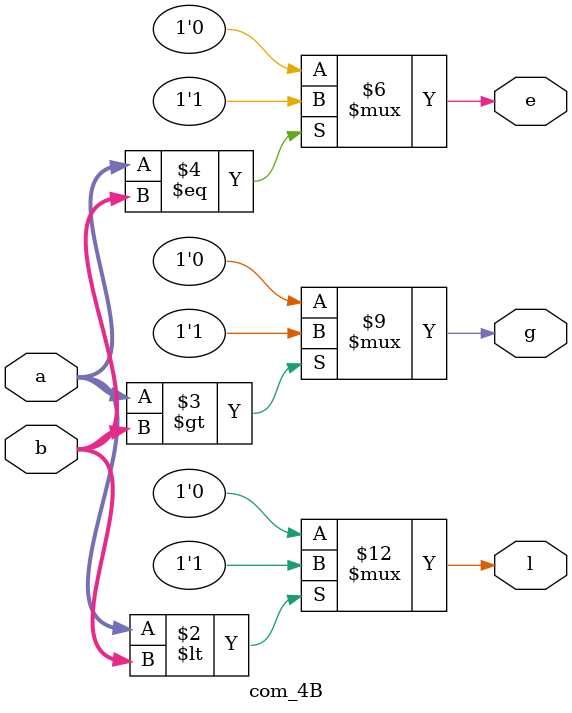
<source format=v>
module com_4B(a,b,g,l,e);
input [3:0] a,b;
output reg g,l,e;

always @(a, b)
begin
    if (a < b)
        l = 1'b1;
    else
        l = 1'b0;

    if (a > b)
        g = 1'b1;
    else
        g = 1'b0;

    if (a == b)
        e = 1'b1;
    else
        e = 1'b0;
end

endmodule

</source>
